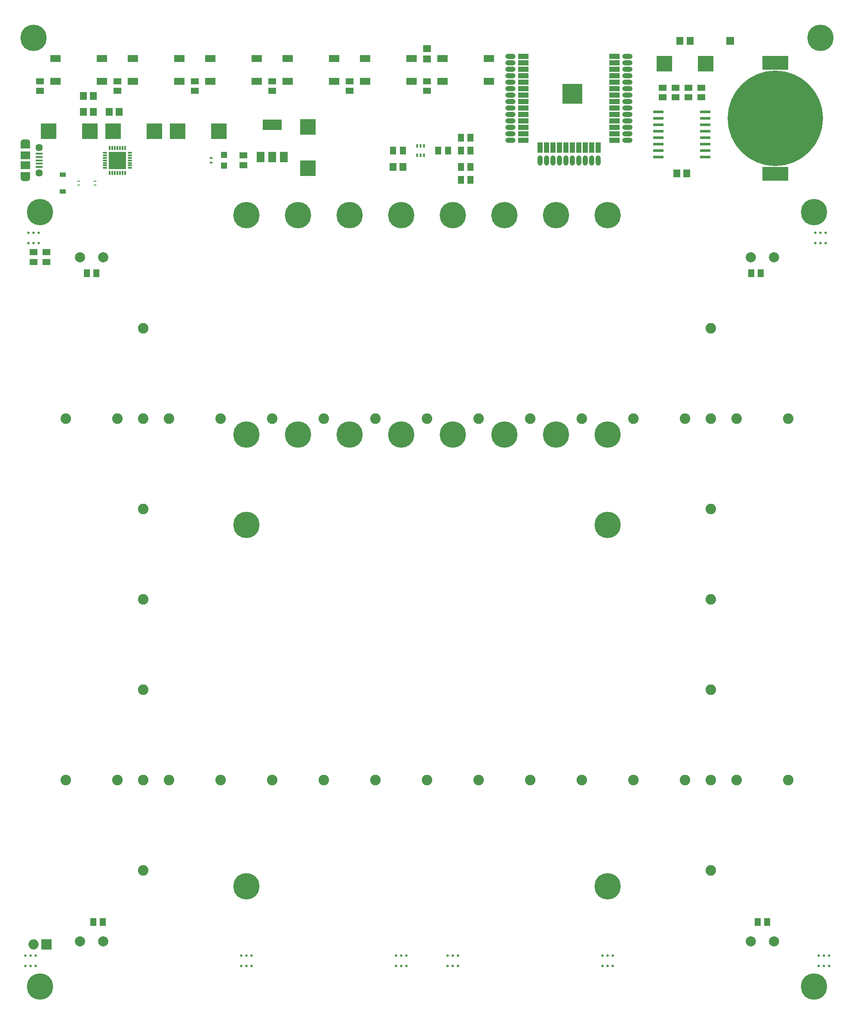
<source format=gbs>
G04 #@! TF.GenerationSoftware,KiCad,Pcbnew,no-vcs-found-bf44d39~61~ubuntu16.04.1*
G04 #@! TF.CreationDate,2018-01-05T12:00:21+05:30*
G04 #@! TF.ProjectId,chromogram,6368726F6D6F6772616D2E6B69636164,rev?*
G04 #@! TF.SameCoordinates,Original*
G04 #@! TF.FileFunction,Soldermask,Bot*
G04 #@! TF.FilePolarity,Negative*
%FSLAX46Y46*%
G04 Gerber Fmt 4.6, Leading zero omitted, Abs format (unit mm)*
G04 Created by KiCad (PCBNEW no-vcs-found-bf44d39~61~ubuntu16.04.1) date Fri Jan  5 12:00:21 2018*
%MOMM*%
%LPD*%
G01*
G04 APERTURE LIST*
%ADD10C,5.200000*%
%ADD11C,0.750000*%
%ADD12C,0.508000*%
%ADD13R,1.200000X0.900000*%
%ADD14R,0.500000X0.250000*%
%ADD15C,18.796000*%
%ADD16R,5.080000X2.794000*%
%ADD17R,1.600000X1.600000*%
%ADD18R,2.000000X2.000000*%
%ADD19O,2.000000X2.000000*%
%ADD20R,1.675000X1.675000*%
%ADD21O,0.300000X0.850000*%
%ADD22O,0.850000X0.300000*%
%ADD23C,0.800000*%
%ADD24R,0.600000X0.400000*%
%ADD25R,1.198880X1.198880*%
%ADD26R,1.998980X0.599440*%
%ADD27C,2.000000*%
%ADD28R,2.100000X1.400000*%
%ADD29R,1.900000X1.500000*%
%ADD30C,1.450000*%
%ADD31R,1.350000X0.400000*%
%ADD32O,1.900000X1.200000*%
%ADD33R,1.900000X1.200000*%
%ADD34R,1.498600X1.300480*%
%ADD35R,1.300480X1.498600*%
%ADD36C,2.082800*%
%ADD37R,1.350000X1.550000*%
%ADD38R,3.048000X3.048000*%
%ADD39R,1.550000X1.350000*%
%ADD40R,0.400000X0.650000*%
%ADD41R,3.800000X2.000000*%
%ADD42R,1.500000X2.000000*%
%ADD43R,2.000000X1.000000*%
%ADD44R,1.000000X2.000000*%
%ADD45R,4.000000X4.000000*%
%ADD46O,2.000000X1.000000*%
%ADD47O,1.000000X2.000000*%
G04 APERTURE END LIST*
D10*
X95885000Y-88265000D03*
X106045000Y-88265000D03*
X116205000Y-88265000D03*
X167005000Y-88265000D03*
X156845000Y-88265000D03*
X126365000Y-88265000D03*
X146685000Y-88265000D03*
X136525000Y-88265000D03*
X95885000Y-131445000D03*
X106045000Y-131445000D03*
X116205000Y-131445000D03*
X167005000Y-131445000D03*
X156845000Y-131445000D03*
X126365000Y-131445000D03*
X146685000Y-131445000D03*
X136525000Y-131445000D03*
D11*
X53721000Y-86360000D03*
X56769000Y-86360000D03*
X56769000Y-88900000D03*
X53721000Y-88900000D03*
X55245000Y-89662000D03*
X55245000Y-85598000D03*
X53213000Y-87630000D03*
X57277000Y-87630000D03*
D10*
X55245000Y-87630000D03*
D11*
X53721000Y-238760000D03*
X56769000Y-238760000D03*
X56769000Y-241300000D03*
X53721000Y-241300000D03*
X55245000Y-242062000D03*
X55245000Y-237998000D03*
X53213000Y-240030000D03*
X57277000Y-240030000D03*
D10*
X55245000Y-240030000D03*
D11*
X206121000Y-238760000D03*
X209169000Y-238760000D03*
X209169000Y-241300000D03*
X206121000Y-241300000D03*
X207645000Y-242062000D03*
X207645000Y-237998000D03*
X205613000Y-240030000D03*
X209677000Y-240030000D03*
D10*
X207645000Y-240030000D03*
D11*
X94361000Y-147955000D03*
X97409000Y-147955000D03*
X97409000Y-150495000D03*
X94361000Y-150495000D03*
X95885000Y-151257000D03*
X95885000Y-147193000D03*
X93853000Y-149225000D03*
X97917000Y-149225000D03*
D10*
X95885000Y-149225000D03*
D11*
X165481000Y-147955000D03*
X168529000Y-147955000D03*
X168529000Y-150495000D03*
X165481000Y-150495000D03*
X167005000Y-151257000D03*
X167005000Y-147193000D03*
X164973000Y-149225000D03*
X169037000Y-149225000D03*
D10*
X167005000Y-149225000D03*
D11*
X165481000Y-219075000D03*
X168529000Y-219075000D03*
X168529000Y-221615000D03*
X165481000Y-221615000D03*
X167005000Y-222377000D03*
X167005000Y-218313000D03*
X164973000Y-220345000D03*
X169037000Y-220345000D03*
D10*
X167005000Y-220345000D03*
D11*
X94361000Y-219075000D03*
X97409000Y-219075000D03*
X97409000Y-221615000D03*
X94361000Y-221615000D03*
X95885000Y-222377000D03*
X95885000Y-218313000D03*
X93853000Y-220345000D03*
X97917000Y-220345000D03*
D10*
X95885000Y-220345000D03*
D11*
X206121000Y-86360000D03*
X209169000Y-86360000D03*
X209169000Y-88900000D03*
X206121000Y-88900000D03*
X207645000Y-89662000D03*
X207645000Y-85598000D03*
X205613000Y-87630000D03*
X209677000Y-87630000D03*
D10*
X207645000Y-87630000D03*
D11*
X207391000Y-52070000D03*
X210439000Y-52070000D03*
X210439000Y-54610000D03*
X207391000Y-54610000D03*
X208915000Y-55372000D03*
X208915000Y-51308000D03*
X206883000Y-53340000D03*
X210947000Y-53340000D03*
D10*
X208915000Y-53340000D03*
D11*
X52451000Y-52070000D03*
X55499000Y-52070000D03*
X55499000Y-54610000D03*
X52451000Y-54610000D03*
X53975000Y-55372000D03*
X53975000Y-51308000D03*
X51943000Y-53340000D03*
X56007000Y-53340000D03*
D10*
X53975000Y-53340000D03*
D12*
X53975000Y-91694000D03*
X53975000Y-93726000D03*
X54991000Y-91694000D03*
X52959000Y-91694000D03*
X52959000Y-93726000D03*
X54991000Y-93726000D03*
X208915000Y-91694000D03*
X208915000Y-93726000D03*
X209931000Y-91694000D03*
X207899000Y-91694000D03*
X207899000Y-93726000D03*
X209931000Y-93726000D03*
X53340000Y-233934000D03*
X53340000Y-235966000D03*
X54356000Y-233934000D03*
X52324000Y-233934000D03*
X52324000Y-235966000D03*
X54356000Y-235966000D03*
X95885000Y-233934000D03*
X95885000Y-235966000D03*
X96901000Y-233934000D03*
X94869000Y-233934000D03*
X94869000Y-235966000D03*
X96901000Y-235966000D03*
X126365000Y-233934000D03*
X126365000Y-235966000D03*
X127381000Y-233934000D03*
X125349000Y-233934000D03*
X125349000Y-235966000D03*
X127381000Y-235966000D03*
X136525000Y-233934000D03*
X136525000Y-235966000D03*
X137541000Y-233934000D03*
X135509000Y-233934000D03*
X135509000Y-235966000D03*
X137541000Y-235966000D03*
X167005000Y-233934000D03*
X167005000Y-235966000D03*
X168021000Y-233934000D03*
X165989000Y-233934000D03*
X165989000Y-235966000D03*
X168021000Y-235966000D03*
X209550000Y-233934000D03*
X209550000Y-235966000D03*
X210566000Y-233934000D03*
X208534000Y-233934000D03*
X208534000Y-235966000D03*
X210566000Y-235966000D03*
D13*
X59690000Y-83565000D03*
X59690000Y-80265000D03*
D14*
X66040000Y-81540000D03*
X66040000Y-82290000D03*
X62865000Y-81540000D03*
X62865000Y-82290000D03*
D15*
X200025000Y-69215000D03*
D16*
X200025000Y-58293000D03*
X200025000Y-80137000D03*
D17*
X191135000Y-53975000D03*
D18*
X56515000Y-231775000D03*
D19*
X53975000Y-231775000D03*
D20*
X69647500Y-78307500D03*
X69647500Y-76632500D03*
X71322500Y-78307500D03*
X71322500Y-76632500D03*
D21*
X68985000Y-79920000D03*
X69485000Y-79920000D03*
X69985000Y-79920000D03*
X70485000Y-79920000D03*
X70985000Y-79920000D03*
X71485000Y-79920000D03*
X71985000Y-79920000D03*
D22*
X72935000Y-78970000D03*
X72935000Y-78470000D03*
X72935000Y-77970000D03*
X72935000Y-77470000D03*
X72935000Y-76970000D03*
X72935000Y-76470000D03*
X72935000Y-75970000D03*
D21*
X71985000Y-75020000D03*
X71485000Y-75020000D03*
X70985000Y-75020000D03*
X70485000Y-75020000D03*
X69985000Y-75020000D03*
X69485000Y-75020000D03*
X68985000Y-75020000D03*
D22*
X68035000Y-75970000D03*
X68035000Y-76470000D03*
X68035000Y-76970000D03*
X68035000Y-77470000D03*
X68035000Y-77970000D03*
X68035000Y-78470000D03*
X68035000Y-78970000D03*
D23*
X69850000Y-78105000D03*
X71120000Y-78105000D03*
X71120000Y-76835000D03*
X69850000Y-76835000D03*
X70485000Y-77470000D03*
D24*
X88900000Y-77020000D03*
X88900000Y-77920000D03*
D25*
X91440000Y-76420980D03*
X91440000Y-78519020D03*
D26*
X186260740Y-67945000D03*
X186260740Y-69215000D03*
X186260740Y-70485000D03*
X186260740Y-71755000D03*
X186260740Y-73025000D03*
X186260740Y-74295000D03*
X186260740Y-75565000D03*
X186260740Y-76835000D03*
X176959260Y-76835000D03*
X176959260Y-75565000D03*
X176959260Y-74295000D03*
X176959260Y-73025000D03*
X176959260Y-71755000D03*
X176959260Y-70485000D03*
X176959260Y-69215000D03*
X176959260Y-67945000D03*
D27*
X63119000Y-96520000D03*
X67691000Y-96520000D03*
D28*
X119275000Y-61940000D03*
X128375000Y-61940000D03*
X128375000Y-57440000D03*
X119275000Y-57440000D03*
X104035000Y-61940000D03*
X113135000Y-61940000D03*
X113135000Y-57440000D03*
X104035000Y-57440000D03*
X67415000Y-57440000D03*
X58315000Y-57440000D03*
X58315000Y-61940000D03*
X67415000Y-61940000D03*
X143615000Y-57440000D03*
X134515000Y-57440000D03*
X134515000Y-61940000D03*
X143615000Y-61940000D03*
X88795000Y-61940000D03*
X97895000Y-61940000D03*
X97895000Y-57440000D03*
X88795000Y-57440000D03*
X73555000Y-61940000D03*
X82655000Y-61940000D03*
X82655000Y-57440000D03*
X73555000Y-57440000D03*
D29*
X52355000Y-76470000D03*
D30*
X55055000Y-79970000D03*
D31*
X55055000Y-78120000D03*
X55055000Y-78770000D03*
X55055000Y-76170000D03*
X55055000Y-76820000D03*
X55055000Y-77470000D03*
D30*
X55055000Y-74970000D03*
D29*
X52355000Y-78470000D03*
D32*
X52355000Y-80970000D03*
X52355000Y-73970000D03*
D33*
X52355000Y-74570000D03*
X52355000Y-80370000D03*
D34*
X53975000Y-97472500D03*
X53975000Y-95567500D03*
X56515000Y-97472500D03*
X56515000Y-95567500D03*
X182880000Y-65087500D03*
X182880000Y-63182500D03*
X185420000Y-65087500D03*
X185420000Y-63182500D03*
X177800000Y-65087500D03*
X177800000Y-63182500D03*
X180340000Y-65087500D03*
X180340000Y-63182500D03*
X116205000Y-63817500D03*
X116205000Y-61912500D03*
X100965000Y-63817500D03*
X100965000Y-61912500D03*
D35*
X64452500Y-99695000D03*
X66357500Y-99695000D03*
X197167500Y-99695000D03*
X195262500Y-99695000D03*
X198437500Y-227330000D03*
X196532500Y-227330000D03*
X65722500Y-227330000D03*
X67627500Y-227330000D03*
D27*
X63119000Y-231140000D03*
X67691000Y-231140000D03*
X199771000Y-231140000D03*
X195199000Y-231140000D03*
X199771000Y-96520000D03*
X195199000Y-96520000D03*
D36*
X187325000Y-217170000D03*
X187325000Y-199390000D03*
X187325000Y-181610000D03*
X187325000Y-163830000D03*
X187325000Y-146050000D03*
X187325000Y-128270000D03*
X187325000Y-110490000D03*
X75565000Y-217170000D03*
X75565000Y-199390000D03*
X75565000Y-181610000D03*
X75565000Y-163830000D03*
X75565000Y-146050000D03*
X75565000Y-128270000D03*
X75565000Y-110490000D03*
X202565000Y-199390000D03*
X192405000Y-199390000D03*
X182245000Y-199390000D03*
X172085000Y-199390000D03*
X161925000Y-199390000D03*
X151765000Y-199390000D03*
X141605000Y-199390000D03*
X131445000Y-199390000D03*
X121285000Y-199390000D03*
X111125000Y-199390000D03*
X100965000Y-199390000D03*
X90805000Y-199390000D03*
X80645000Y-199390000D03*
X70485000Y-199390000D03*
X60325000Y-199390000D03*
X202565000Y-128270000D03*
X192405000Y-128270000D03*
X182245000Y-128270000D03*
X172085000Y-128270000D03*
X161925000Y-128270000D03*
X151765000Y-128270000D03*
X141605000Y-128270000D03*
X131445000Y-128270000D03*
X121285000Y-128270000D03*
X111125000Y-128270000D03*
X100965000Y-128270000D03*
X90805000Y-128270000D03*
X80645000Y-128270000D03*
X70485000Y-128270000D03*
X60325000Y-128270000D03*
D37*
X182610000Y-80010000D03*
X180610000Y-80010000D03*
D38*
X90424000Y-71755000D03*
X82296000Y-71755000D03*
X107950000Y-70866000D03*
X107950000Y-78994000D03*
D37*
X124730000Y-78740000D03*
X126730000Y-78740000D03*
X63770000Y-64770000D03*
X65770000Y-64770000D03*
D39*
X131445000Y-55515000D03*
X131445000Y-57515000D03*
D38*
X65024000Y-71755000D03*
X56896000Y-71755000D03*
D37*
X63770000Y-67945000D03*
X65770000Y-67945000D03*
D38*
X69596000Y-71755000D03*
X77724000Y-71755000D03*
D37*
X70850000Y-67945000D03*
X68850000Y-67945000D03*
D38*
X178181000Y-58420000D03*
X186309000Y-58420000D03*
D37*
X183245000Y-53975000D03*
X181245000Y-53975000D03*
D40*
X129525000Y-74615000D03*
X130825000Y-74615000D03*
X130175000Y-76515000D03*
X130175000Y-74615000D03*
X130825000Y-76515000D03*
X129525000Y-76515000D03*
D35*
X126682500Y-75565000D03*
X124777500Y-75565000D03*
D34*
X95250000Y-78422500D03*
X95250000Y-76517500D03*
X55245000Y-61912500D03*
X55245000Y-63817500D03*
X131445000Y-61912500D03*
X131445000Y-63817500D03*
D35*
X138112500Y-81280000D03*
X140017500Y-81280000D03*
X138112500Y-78740000D03*
X140017500Y-78740000D03*
X138112500Y-73025000D03*
X140017500Y-73025000D03*
X133667500Y-75565000D03*
X135572500Y-75565000D03*
X138112500Y-75565000D03*
X140017500Y-75565000D03*
D34*
X85725000Y-63817500D03*
X85725000Y-61912500D03*
X70485000Y-63817500D03*
X70485000Y-61912500D03*
D41*
X100965000Y-70510000D03*
D42*
X100965000Y-76810000D03*
X98665000Y-76810000D03*
X103265000Y-76810000D03*
D43*
X168385000Y-56980000D03*
X168385000Y-58250000D03*
X168385000Y-59520000D03*
X168385000Y-60790000D03*
X168385000Y-62060000D03*
X168385000Y-63330000D03*
X168385000Y-64600000D03*
X168385000Y-65870000D03*
X168385000Y-67140000D03*
X168385000Y-68410000D03*
X168385000Y-69680000D03*
X168385000Y-70950000D03*
X168385000Y-72220000D03*
X168385000Y-73490000D03*
D44*
X165100000Y-74980000D03*
X163830000Y-74980000D03*
X162560000Y-74980000D03*
X161290000Y-74980000D03*
X160020000Y-74980000D03*
X158750000Y-74980000D03*
X157480000Y-74980000D03*
X156210000Y-74980000D03*
X154940000Y-74980000D03*
X153670000Y-74980000D03*
D43*
X150385000Y-73490000D03*
X150385000Y-72220000D03*
X150385000Y-70950000D03*
X150385000Y-69680000D03*
X150385000Y-68410000D03*
X150385000Y-67140000D03*
X150385000Y-65870000D03*
X150385000Y-64600000D03*
X150385000Y-63330000D03*
X150385000Y-62060000D03*
X150385000Y-60790000D03*
X150385000Y-59520000D03*
X150385000Y-58250000D03*
X150385000Y-56980000D03*
D45*
X160085000Y-64380000D03*
D46*
X170885000Y-56980000D03*
X170885000Y-58250000D03*
X170885000Y-59520000D03*
X170885000Y-60790000D03*
X170885000Y-62060000D03*
X170885000Y-63330000D03*
X170885000Y-64600000D03*
X170885000Y-65870000D03*
X170885000Y-67140000D03*
X170885000Y-68410000D03*
X170885000Y-69680000D03*
X170885000Y-70950000D03*
X170885000Y-72220000D03*
X170885000Y-73490000D03*
X147885000Y-58250000D03*
X147885000Y-67140000D03*
X147885000Y-68410000D03*
X147885000Y-60790000D03*
X147885000Y-56980000D03*
X147885000Y-69680000D03*
X147885000Y-63330000D03*
X147885000Y-73490000D03*
X147885000Y-72220000D03*
X147885000Y-65870000D03*
X147885000Y-64600000D03*
X147885000Y-62060000D03*
X147885000Y-70950000D03*
X147885000Y-59520000D03*
D47*
X165100000Y-77480000D03*
X163830000Y-77480000D03*
X162560000Y-77480000D03*
X161290000Y-77480000D03*
X160020000Y-77480000D03*
X157480000Y-77480000D03*
X156210000Y-77480000D03*
X154940000Y-77480000D03*
X153670000Y-77480000D03*
X158750000Y-77480000D03*
M02*

</source>
